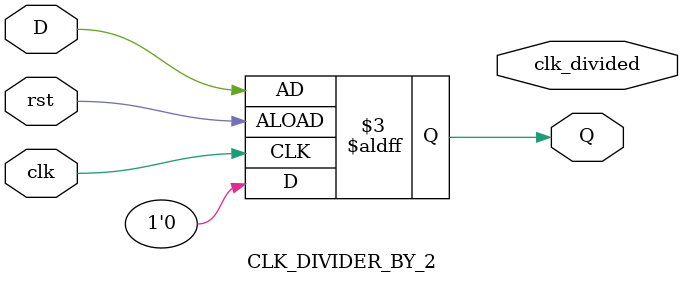
<source format=sv>

`timescale 1us/1ns
module CLK_DIVIDER_BY_2(
    input logic clk, rst,
    input logic D,
    output logic clk_divided,
    output logic Q

);


    always_ff @(posedge clk, posedge rst) begin : DIV_FF
        if(~rst) begin
            Q <= 1'b0;
        end
        else begin
            Q <= D;
        end
    end

endmodule
</source>
